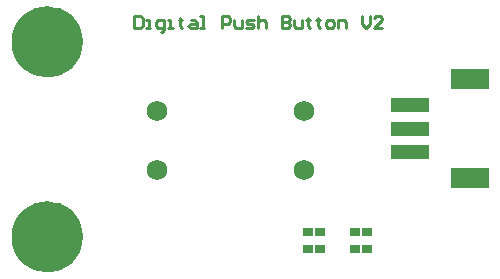
<source format=gts>
%FSLAX23Y23*%
%MOIN*%
G70*
G01*
G75*
G04 Layer_Color=8388736*
%ADD10R,0.118X0.059*%
%ADD11R,0.118X0.039*%
%ADD12R,0.024X0.020*%
%ADD13C,0.010*%
%ADD14C,0.060*%
%ADD15C,0.236*%
%ADD16C,0.039*%
%ADD17C,0.005*%
%ADD18C,0.059*%
%ADD19R,0.126X0.067*%
%ADD20R,0.126X0.047*%
%ADD21R,0.032X0.028*%
%ADD22C,0.068*%
D13*
X460Y885D02*
Y845D01*
X480D01*
X487Y852D01*
Y878D01*
X480Y885D01*
X460D01*
X500Y845D02*
X513D01*
X507D01*
Y872D01*
X500D01*
X547Y832D02*
X553D01*
X560Y838D01*
Y872D01*
X540D01*
X533Y865D01*
Y852D01*
X540Y845D01*
X560D01*
X573D02*
X587D01*
X580D01*
Y872D01*
X573D01*
X613Y878D02*
Y872D01*
X607D01*
X620D01*
X613D01*
Y852D01*
X620Y845D01*
X647Y872D02*
X660D01*
X667Y865D01*
Y845D01*
X647D01*
X640Y852D01*
X647Y858D01*
X667D01*
X680Y845D02*
X693D01*
X687D01*
Y885D01*
X680D01*
X753Y845D02*
Y885D01*
X773D01*
X780Y878D01*
Y865D01*
X773Y858D01*
X753D01*
X793Y872D02*
Y852D01*
X800Y845D01*
X820D01*
Y872D01*
X833Y845D02*
X853D01*
X860Y852D01*
X853Y858D01*
X840D01*
X833Y865D01*
X840Y872D01*
X860D01*
X873Y885D02*
Y845D01*
Y865D01*
X880Y872D01*
X893D01*
X900Y865D01*
Y845D01*
X953Y885D02*
Y845D01*
X973D01*
X980Y852D01*
Y858D01*
X973Y865D01*
X953D01*
X973D01*
X980Y872D01*
Y878D01*
X973Y885D01*
X953D01*
X993Y872D02*
Y852D01*
X1000Y845D01*
X1020D01*
Y872D01*
X1040Y878D02*
Y872D01*
X1033D01*
X1046D01*
X1040D01*
Y852D01*
X1046Y845D01*
X1073Y878D02*
Y872D01*
X1066D01*
X1080D01*
X1073D01*
Y852D01*
X1080Y845D01*
X1106D02*
X1120D01*
X1126Y852D01*
Y865D01*
X1120Y872D01*
X1106D01*
X1100Y865D01*
Y852D01*
X1106Y845D01*
X1140D02*
Y872D01*
X1160D01*
X1166Y865D01*
Y845D01*
X1220Y885D02*
Y858D01*
X1233Y845D01*
X1246Y858D01*
Y885D01*
X1286Y845D02*
X1260D01*
X1286Y872D01*
Y878D01*
X1280Y885D01*
X1266D01*
X1260Y878D01*
D15*
X170Y800D02*
D03*
Y150D02*
D03*
D16*
X259Y800D02*
D03*
X233Y737D02*
D03*
X170Y711D02*
D03*
X107Y737D02*
D03*
X81Y800D02*
D03*
X170Y889D02*
D03*
X233Y863D02*
D03*
X107D02*
D03*
X259Y150D02*
D03*
X233Y87D02*
D03*
X170Y61D02*
D03*
X107Y87D02*
D03*
X81Y150D02*
D03*
X170Y239D02*
D03*
X233Y213D02*
D03*
X107D02*
D03*
D18*
X259Y800D02*
G03*
X259Y800I-89J0D01*
G01*
Y150D02*
G03*
X259Y150I-89J0D01*
G01*
D19*
X1577Y345D02*
D03*
Y675D02*
D03*
D20*
X1380Y589D02*
D03*
Y431D02*
D03*
Y510D02*
D03*
Y589D02*
D03*
D21*
X1040Y110D02*
D03*
X1080D02*
D03*
X1080Y165D02*
D03*
X1040D02*
D03*
X1235Y110D02*
D03*
X1195D02*
D03*
X1195Y165D02*
D03*
X1235D02*
D03*
D22*
X534Y372D02*
D03*
X1026Y568D02*
D03*
Y372D02*
D03*
X534Y568D02*
D03*
M02*

</source>
